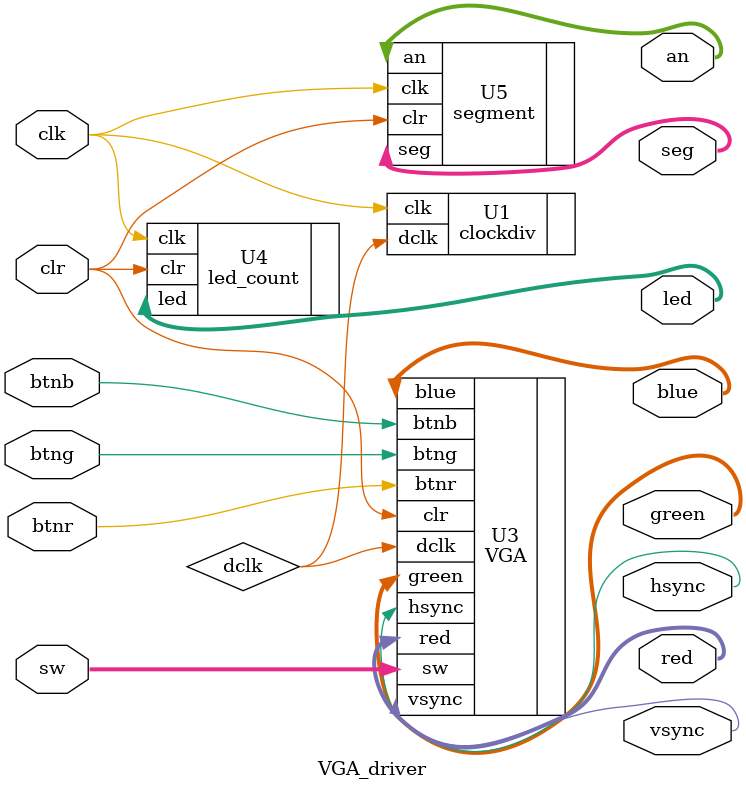
<source format=v>
`timescale 1ns / 1ps
	module VGA_driver(
	input wire clk,			//master clock = 100MHz
	input wire clr,			//right-most pushbutton for reset
	input [7:0] sw,
	input wire btnr,
	input wire btng,
	input wire btnb,
	output [6:0] seg,
	output [4:0] an,
	output wire [2:0] red,	//red vga output - 3 bits
	output wire [2:0] green,   //green vga output - 3 bits
	output wire [1:0] blue,	//blue vga output - 2 bits
	output wire hsync,		//horizontal sync out
	output wire vsync, 	//vertical sync out
	output [3:0] led
	);



// VGA display clock interconnect
 wire dclk;


// generate 7-segment clock & display clock
clockdiv U1(
	.clk(clk),
	//.clr(clr),
	// .segclk(segclk)
	.dclk(dclk)
	);



// VGA controller
VGA U3(
	.dclk(dclk),
	.clr(clr),
	.btnr(btnr),
	.btng(btng),
	.btnb(btnb),
	.sw(sw),
	.hsync(hsync),
	.vsync(vsync),
	.red(red),
	.green(green),
	.blue(blue)
	);

led_count U4 (
	.clk(clk),
	.clr(clr),
	.led(led)
);

segment U5 (
	.clk(clk),
	.clr(clr),
	.seg(seg),
	.an(an)
);

endmodule


</source>
